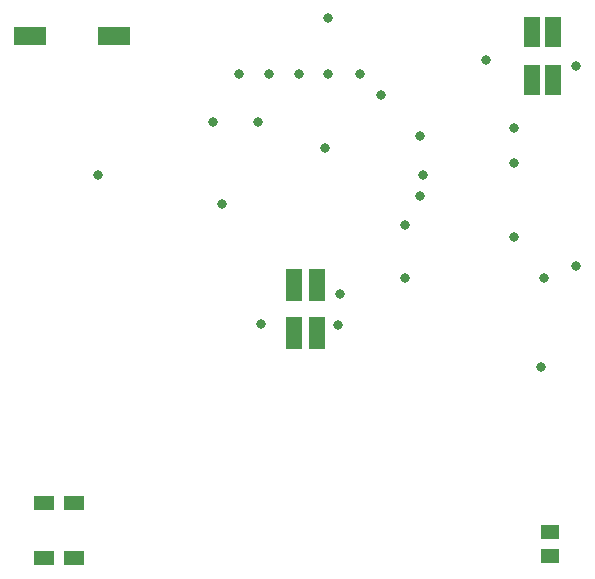
<source format=gbs>
G04*
G04 #@! TF.GenerationSoftware,Altium Limited,Altium Designer,22.5.1 (42)*
G04*
G04 Layer_Color=16711935*
%FSLAX44Y44*%
%MOMM*%
G71*
G04*
G04 #@! TF.SameCoordinates,CF4701AC-517D-4BF5-B978-186F02F9A4D0*
G04*
G04*
G04 #@! TF.FilePolarity,Negative*
G04*
G01*
G75*
%ADD40C,0.8032*%
%ADD49R,2.7032X1.6032*%
%ADD50R,1.4032X2.6032*%
%ADD51R,1.7532X1.2032*%
%ADD52R,1.5032X1.2032*%
%ADD53R,1.4032X2.7032*%
D40*
X355000Y320000D02*
D03*
Y275000D02*
D03*
X447300Y309800D02*
D03*
X447500Y402500D02*
D03*
X200000Y337500D02*
D03*
X265000Y447750D02*
D03*
X290000Y447500D02*
D03*
X334319Y429868D02*
D03*
X287500Y385000D02*
D03*
X37500Y480000D02*
D03*
X75000Y38010D02*
D03*
X49600D02*
D03*
X477500Y40000D02*
D03*
X462500Y483140D02*
D03*
X480534D02*
D03*
X447500Y372500D02*
D03*
X500000Y285000D02*
D03*
X472500Y275000D02*
D03*
X470000Y200000D02*
D03*
X239600Y447750D02*
D03*
X214200D02*
D03*
X230000Y407500D02*
D03*
X192500D02*
D03*
X367500Y395000D02*
D03*
X370000Y362500D02*
D03*
X316401Y447715D02*
D03*
X500000Y455000D02*
D03*
X281384Y225000D02*
D03*
X299996Y261355D02*
D03*
X367500Y345000D02*
D03*
X423650Y460000D02*
D03*
X290000Y495000D02*
D03*
X95000Y362500D02*
D03*
X259384Y225000D02*
D03*
X233270Y235939D02*
D03*
X298237Y235607D02*
D03*
D49*
X108346Y480000D02*
D03*
X37500D02*
D03*
D50*
X480534Y442500D02*
D03*
X462500D02*
D03*
X480534Y483140D02*
D03*
X462500D02*
D03*
D51*
X49600Y38010D02*
D03*
X75000D02*
D03*
X49600Y85000D02*
D03*
X75000D02*
D03*
D52*
X477500Y40000D02*
D03*
Y59934D02*
D03*
D53*
X260594Y228448D02*
D03*
Y268834D02*
D03*
X280000Y228424D02*
D03*
Y268810D02*
D03*
M02*

</source>
